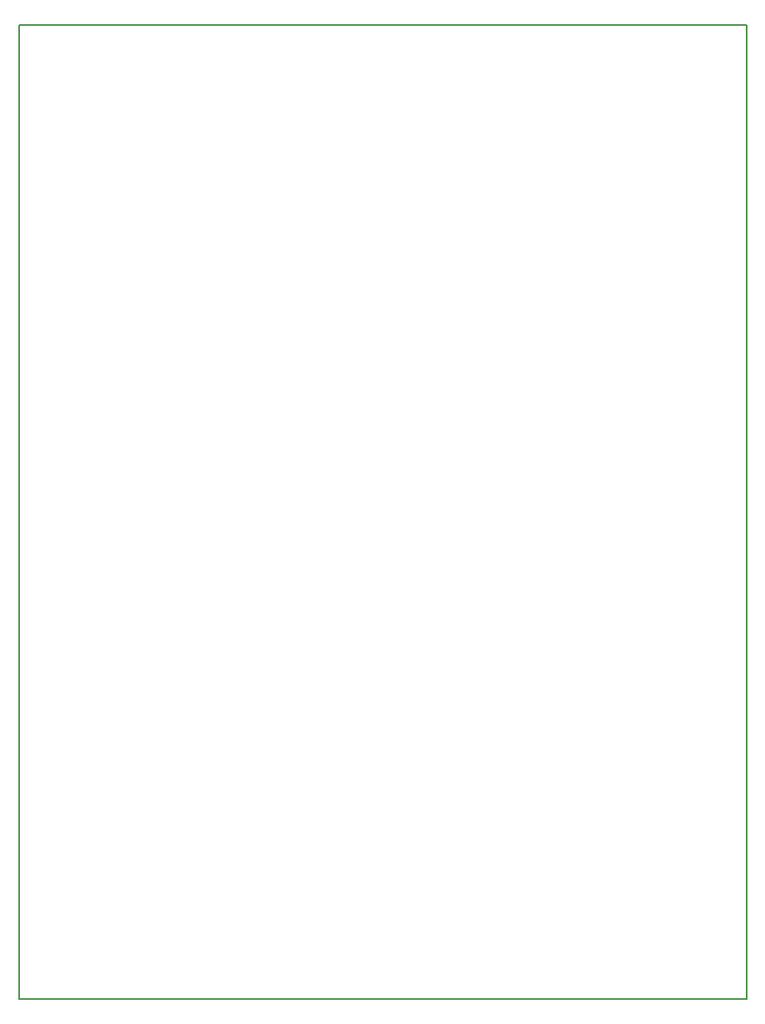
<source format=gbr>
G04 DipTrace 2.4.0.2*
%INBoardOutline.gbr*%
%MOMM*%
%ADD11C,0.152*%
%FSLAX53Y53*%
G04*
G71*
G90*
G75*
G01*
%LNBoardOutline*%
%LPD*%
X0Y0D2*
D11*
X74000D1*
Y99000D1*
X0D1*
Y0D1*
M02*

</source>
